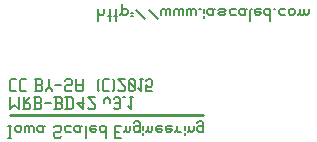
<source format=gbr>
G04 start of page 9 for group -4078 idx -4078 *
G04 Title: (unknown), bottomsilk *
G04 Creator: pcb 20140316 *
G04 CreationDate: Mon 18 May 2015 09:38:21 PM GMT UTC *
G04 For: ndholmes *
G04 Format: Gerber/RS-274X *
G04 PCB-Dimensions (mil): 3500.00 1900.00 *
G04 PCB-Coordinate-Origin: lower left *
%MOIN*%
%FSLAX25Y25*%
%LNBOTTOMSILK*%
%ADD105C,0.0060*%
%ADD104C,0.0100*%
G54D104*X40500Y146500D02*X105000D01*
G54D105*X41000Y158500D02*X42500D01*
X40500Y158000D02*X41000Y158500D01*
X40500Y155000D02*Y158000D01*
Y155000D02*X41000Y154500D01*
X42500D01*
X44200Y158500D02*X45700D01*
X43700Y158000D02*X44200Y158500D01*
X43700Y155000D02*Y158000D01*
Y155000D02*X44200Y154500D01*
X45700D01*
X48700Y158500D02*X50700D01*
X51200Y158000D01*
Y157000D02*Y158000D01*
X50700Y156500D02*X51200Y157000D01*
X49200Y156500D02*X50700D01*
X49200Y154500D02*Y158500D01*
X48700Y154500D02*X50700D01*
X51200Y155000D01*
Y156000D01*
X50700Y156500D02*X51200Y156000D01*
X52400Y154500D02*Y155000D01*
X53400Y156000D01*
X54400Y155000D01*
Y154500D02*Y155000D01*
X53400Y156000D02*Y158500D01*
X55600Y156500D02*X57600D01*
X60800Y154500D02*X61300Y155000D01*
X59300Y154500D02*X60800D01*
X58800Y155000D02*X59300Y154500D01*
X58800Y155000D02*Y156000D01*
X59300Y156500D01*
X60800D01*
X61300Y157000D01*
Y158000D01*
X60800Y158500D02*X61300Y158000D01*
X59300Y158500D02*X60800D01*
X58800Y158000D02*X59300Y158500D01*
X62500Y155000D02*Y158500D01*
Y155000D02*X63000Y154500D01*
X64500D01*
X65000Y155000D01*
Y158500D01*
X62500Y156500D02*X65000D01*
X69800Y158000D02*X70300Y158500D01*
X69800Y155000D02*X70300Y154500D01*
X69800Y155000D02*Y158000D01*
X72000Y158500D02*X73500D01*
X71500Y158000D02*X72000Y158500D01*
X71500Y155000D02*Y158000D01*
Y155000D02*X72000Y154500D01*
X73500D01*
X74700D02*X75200Y155000D01*
Y158000D01*
X74700Y158500D02*X75200Y158000D01*
X76400Y155000D02*X76900Y154500D01*
X78400D01*
X78900Y155000D01*
Y156000D01*
X76400Y158500D02*X78900Y156000D01*
X76400Y158500D02*X78900D01*
X80100Y158000D02*X80600Y158500D01*
X80100Y155000D02*Y158000D01*
Y155000D02*X80600Y154500D01*
X81600D01*
X82100Y155000D01*
Y158000D01*
X81600Y158500D02*X82100Y158000D01*
X80600Y158500D02*X81600D01*
X80100Y157500D02*X82100Y155500D01*
X83800Y158500D02*X84800D01*
X84300Y154500D02*Y158500D01*
X83300Y155500D02*X84300Y154500D01*
X86000D02*X88000D01*
X86000D02*Y156500D01*
X86500Y156000D01*
X87500D01*
X88000Y156500D01*
Y158000D01*
X87500Y158500D02*X88000Y158000D01*
X86500Y158500D02*X87500D01*
X86000Y158000D02*X86500Y158500D01*
X40000Y139000D02*X41000D01*
X40500D02*Y143000D01*
X40000D02*X41000D01*
X42200Y141500D02*Y142500D01*
Y141500D02*X42700Y141000D01*
X43700D01*
X44200Y141500D01*
Y142500D01*
X43700Y143000D02*X44200Y142500D01*
X42700Y143000D02*X43700D01*
X42200Y142500D02*X42700Y143000D01*
X45400Y141000D02*Y142500D01*
X45900Y143000D01*
X46400D01*
X46900Y142500D01*
Y141000D02*Y142500D01*
X47400Y143000D01*
X47900D01*
X48400Y142500D01*
Y141000D02*Y142500D01*
X51100Y141000D02*X51600Y141500D01*
X50100Y141000D02*X51100D01*
X49600Y141500D02*X50100Y141000D01*
X49600Y141500D02*Y142500D01*
X50100Y143000D01*
X51600Y141000D02*Y142500D01*
X52100Y143000D01*
X50100D02*X51100D01*
X51600Y142500D01*
X57100Y139000D02*X57600Y139500D01*
X55600Y139000D02*X57100D01*
X55100Y139500D02*X55600Y139000D01*
X55100Y139500D02*Y140500D01*
X55600Y141000D01*
X57100D01*
X57600Y141500D01*
Y142500D01*
X57100Y143000D02*X57600Y142500D01*
X55600Y143000D02*X57100D01*
X55100Y142500D02*X55600Y143000D01*
X59300Y141000D02*X60800D01*
X58800Y141500D02*X59300Y141000D01*
X58800Y141500D02*Y142500D01*
X59300Y143000D01*
X60800D01*
X63500Y141000D02*X64000Y141500D01*
X62500Y141000D02*X63500D01*
X62000Y141500D02*X62500Y141000D01*
X62000Y141500D02*Y142500D01*
X62500Y143000D01*
X64000Y141000D02*Y142500D01*
X64500Y143000D01*
X62500D02*X63500D01*
X64000Y142500D01*
X65700Y139000D02*Y142500D01*
X66200Y143000D01*
X67700D02*X69200D01*
X67200Y142500D02*X67700Y143000D01*
X67200Y141500D02*Y142500D01*
Y141500D02*X67700Y141000D01*
X68700D01*
X69200Y141500D01*
X67200Y142000D02*X69200D01*
Y141500D02*Y142000D01*
X72400Y139000D02*Y143000D01*
X71900D02*X72400Y142500D01*
X70900Y143000D02*X71900D01*
X70400Y142500D02*X70900Y143000D01*
X70400Y141500D02*Y142500D01*
Y141500D02*X70900Y141000D01*
X71900D01*
X72400Y141500D01*
X75400Y141000D02*X76900D01*
X75400Y143000D02*X77400D01*
X75400Y139000D02*Y143000D01*
Y139000D02*X77400D01*
X79100Y141500D02*Y143000D01*
Y141500D02*X79600Y141000D01*
X80100D01*
X80600Y141500D01*
Y143000D01*
X78600Y141000D02*X79100Y141500D01*
X83300Y141000D02*X83800Y141500D01*
X82300Y141000D02*X83300D01*
X81800Y141500D02*X82300Y141000D01*
X81800Y141500D02*Y142500D01*
X82300Y143000D01*
X83300D01*
X83800Y142500D01*
X81800Y144000D02*X82300Y144500D01*
X83300D01*
X83800Y144000D01*
Y141000D02*Y144000D01*
X85000Y140000D02*Y140500D01*
Y141500D02*Y143000D01*
X86500Y141500D02*Y143000D01*
Y141500D02*X87000Y141000D01*
X87500D01*
X88000Y141500D01*
Y143000D01*
X86000Y141000D02*X86500Y141500D01*
X89700Y143000D02*X91200D01*
X89200Y142500D02*X89700Y143000D01*
X89200Y141500D02*Y142500D01*
Y141500D02*X89700Y141000D01*
X90700D01*
X91200Y141500D01*
X89200Y142000D02*X91200D01*
Y141500D02*Y142000D01*
X92900Y143000D02*X94400D01*
X92400Y142500D02*X92900Y143000D01*
X92400Y141500D02*Y142500D01*
Y141500D02*X92900Y141000D01*
X93900D01*
X94400Y141500D01*
X92400Y142000D02*X94400D01*
Y141500D02*Y142000D01*
X96100Y141500D02*Y143000D01*
Y141500D02*X96600Y141000D01*
X97600D01*
X95600D02*X96100Y141500D01*
X98800Y140000D02*Y140500D01*
Y141500D02*Y143000D01*
X100300Y141500D02*Y143000D01*
Y141500D02*X100800Y141000D01*
X101300D01*
X101800Y141500D01*
Y143000D01*
X99800Y141000D02*X100300Y141500D01*
X104500Y141000D02*X105000Y141500D01*
X103500Y141000D02*X104500D01*
X103000Y141500D02*X103500Y141000D01*
X103000Y141500D02*Y142500D01*
X103500Y143000D01*
X104500D01*
X105000Y142500D01*
X103000Y144000D02*X103500Y144500D01*
X104500D01*
X105000Y144000D01*
Y141000D02*Y144000D01*
X70000Y178000D02*Y182000D01*
Y180500D02*X70500Y180000D01*
X71500D01*
X72000Y180500D01*
Y182000D01*
X73700Y178000D02*Y181500D01*
X74200Y182000D01*
X73200Y179500D02*X74200D01*
X75700Y178000D02*Y181500D01*
X76200Y182000D01*
X75200Y179500D02*X76200D01*
X77700Y180500D02*Y183500D01*
X77200Y180000D02*X77700Y180500D01*
X78200Y180000D01*
X79200D01*
X79700Y180500D01*
Y181500D01*
X79200Y182000D02*X79700Y181500D01*
X78200Y182000D02*X79200D01*
X77700Y181500D02*X78200Y182000D01*
X80900Y179500D02*X81400D01*
X80900Y180500D02*X81400D01*
X82600Y181500D02*X85600Y178500D01*
X86800Y181500D02*X89800Y178500D01*
X91000Y180000D02*Y181500D01*
X91500Y182000D01*
X92000D01*
X92500Y181500D01*
Y180000D02*Y181500D01*
X93000Y182000D01*
X93500D01*
X94000Y181500D01*
Y180000D02*Y181500D01*
X95200Y180000D02*Y181500D01*
X95700Y182000D01*
X96200D01*
X96700Y181500D01*
Y180000D02*Y181500D01*
X97200Y182000D01*
X97700D01*
X98200Y181500D01*
Y180000D02*Y181500D01*
X99400Y180000D02*Y181500D01*
X99900Y182000D01*
X100400D01*
X100900Y181500D01*
Y180000D02*Y181500D01*
X101400Y182000D01*
X101900D01*
X102400Y181500D01*
Y180000D02*Y181500D01*
X103600Y182000D02*X104100D01*
X105300Y179000D02*Y179500D01*
Y180500D02*Y182000D01*
X107800Y180000D02*X108300Y180500D01*
X106800Y180000D02*X107800D01*
X106300Y180500D02*X106800Y180000D01*
X106300Y180500D02*Y181500D01*
X106800Y182000D01*
X108300Y180000D02*Y181500D01*
X108800Y182000D01*
X106800D02*X107800D01*
X108300Y181500D01*
X110500Y182000D02*X112000D01*
X112500Y181500D01*
X112000Y181000D02*X112500Y181500D01*
X110500Y181000D02*X112000D01*
X110000Y180500D02*X110500Y181000D01*
X110000Y180500D02*X110500Y180000D01*
X112000D01*
X112500Y180500D01*
X110000Y181500D02*X110500Y182000D01*
X114200Y180000D02*X115700D01*
X113700Y180500D02*X114200Y180000D01*
X113700Y180500D02*Y181500D01*
X114200Y182000D01*
X115700D01*
X118400Y180000D02*X118900Y180500D01*
X117400Y180000D02*X118400D01*
X116900Y180500D02*X117400Y180000D01*
X116900Y180500D02*Y181500D01*
X117400Y182000D01*
X118900Y180000D02*Y181500D01*
X119400Y182000D01*
X117400D02*X118400D01*
X118900Y181500D01*
X120600Y178000D02*Y181500D01*
X121100Y182000D01*
X122600D02*X124100D01*
X122100Y181500D02*X122600Y182000D01*
X122100Y180500D02*Y181500D01*
Y180500D02*X122600Y180000D01*
X123600D01*
X124100Y180500D01*
X122100Y181000D02*X124100D01*
Y180500D02*Y181000D01*
X127300Y178000D02*Y182000D01*
X126800D02*X127300Y181500D01*
X125800Y182000D02*X126800D01*
X125300Y181500D02*X125800Y182000D01*
X125300Y180500D02*Y181500D01*
Y180500D02*X125800Y180000D01*
X126800D01*
X127300Y180500D01*
X128500Y182000D02*X129000D01*
X130700Y180000D02*X132200D01*
X130200Y180500D02*X130700Y180000D01*
X130200Y180500D02*Y181500D01*
X130700Y182000D01*
X132200D01*
X133400Y180500D02*Y181500D01*
Y180500D02*X133900Y180000D01*
X134900D01*
X135400Y180500D01*
Y181500D01*
X134900Y182000D02*X135400Y181500D01*
X133900Y182000D02*X134900D01*
X133400Y181500D02*X133900Y182000D01*
X137100Y180500D02*Y182000D01*
Y180500D02*X137600Y180000D01*
X138100D01*
X138600Y180500D01*
Y182000D01*
Y180500D02*X139100Y180000D01*
X139600D01*
X140100Y180500D01*
Y182000D01*
X136600Y180000D02*X137100Y180500D01*
X40500Y148500D02*Y152500D01*
Y148500D02*X42000Y150000D01*
X43500Y148500D01*
Y152500D01*
X44700Y148500D02*X46700D01*
X47200Y149000D01*
Y150000D01*
X46700Y150500D02*X47200Y150000D01*
X45200Y150500D02*X46700D01*
X45200Y148500D02*Y152500D01*
Y150500D02*X47200Y152500D01*
X48400D02*X50400D01*
X50900Y152000D01*
Y151000D02*Y152000D01*
X50400Y150500D02*X50900Y151000D01*
X48900Y150500D02*X50400D01*
X48900Y148500D02*Y152500D01*
X48400Y148500D02*X50400D01*
X50900Y149000D01*
Y150000D01*
X50400Y150500D02*X50900Y150000D01*
X52100Y150500D02*X54100D01*
X55300Y152500D02*X57300D01*
X57800Y152000D01*
Y151000D02*Y152000D01*
X57300Y150500D02*X57800Y151000D01*
X55800Y150500D02*X57300D01*
X55800Y148500D02*Y152500D01*
X55300Y148500D02*X57300D01*
X57800Y149000D01*
Y150000D01*
X57300Y150500D02*X57800Y150000D01*
X59500Y148500D02*Y152500D01*
X61000Y148500D02*X61500Y149000D01*
Y152000D01*
X61000Y152500D02*X61500Y152000D01*
X59000Y152500D02*X61000D01*
X59000Y148500D02*X61000D01*
X62700Y150500D02*X64700Y148500D01*
X62700Y150500D02*X65200D01*
X64700Y148500D02*Y152500D01*
X66400Y149000D02*X66900Y148500D01*
X68400D01*
X68900Y149000D01*
Y150000D01*
X66400Y152500D02*X68900Y150000D01*
X66400Y152500D02*X68900D01*
X71900Y150500D02*Y151500D01*
X72900Y152500D01*
X73900Y151500D01*
Y150500D02*Y151500D01*
X75100Y149000D02*X75600Y148500D01*
X76600D01*
X77100Y149000D01*
Y152000D01*
X76600Y152500D02*X77100Y152000D01*
X75600Y152500D02*X76600D01*
X75100Y152000D02*X75600Y152500D01*
Y150500D02*X77100D01*
X78300Y152500D02*X78800D01*
X80500D02*X81500D01*
X81000Y148500D02*Y152500D01*
X80000Y149500D02*X81000Y148500D01*
M02*

</source>
